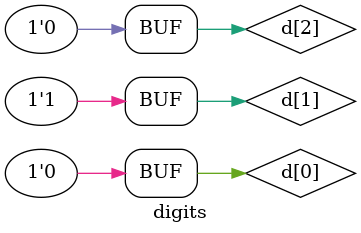
<source format=sv>
module digits();

logic d[2:0];

assign d[2] = 3'd6;
assign d[1] = 'b11;
assign d[0] = 'b0;

endmodule

</source>
